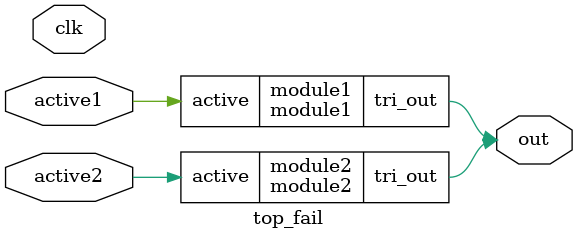
<source format=v>
`default_nettype none
module module1 (input wire active, output wire tri_out);
    assign tri_out = active ? 1'b0 : 1'bz;
endmodule

module module2 (input wire active, output wire tri_out);
    assign tri_out = active ? 1'b0 : 1'bz;
endmodule

module top_pass (input wire clk, input wire active1, input wire active2, output wire out);
    module1 module1 (.active(active1), .tri_out(out));
    module2 module2 (.active(!active1), .tri_out(out));
endmodule

module top_fail (input wire clk, input wire active1, input wire active2, output wire out);
    module1 module1 (.active(active1), .tri_out(out));
    module2 module2 (.active(active2), .tri_out(out));
endmodule

</source>
